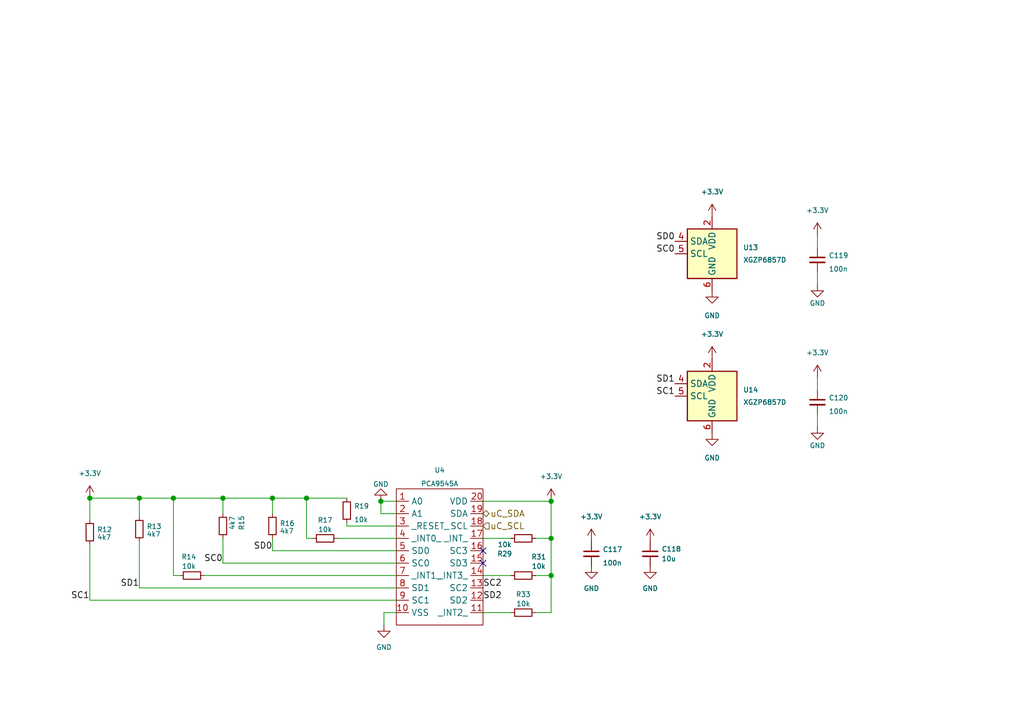
<source format=kicad_sch>
(kicad_sch (version 20231120) (generator "eeschema") (generator_version "8.0")
  (paper "A5")
  (title_block (title "LumenPnP Motherboard") (date "2023-07-30") (rev "005") (company "Opulo") (comment 1 "Vacuum Sensors"))
  (lib_symbols
    (symbol "Device:C_Small" (pin_numbers hide) (pin_names (offset 0.254) hide)
      (property "Reference" "C" (at 0.254 1.778 0))
      (property "Value" "C_Small" (at 0.254 -2.032 0))
      (symbol "C_Small_0_1"
        (polyline (pts (xy -1.524 -0.508) (xy 1.524 -0.508)) (stroke (width 0.3302)))
        (polyline (pts (xy -1.524 0.508) (xy 1.524 0.508)) (stroke (width 0.3048)))
      )
      (symbol "C_Small_1_1"
        (pin passive line (at 0 2.54 270) (length 2.032) (name "~") (number "1"))
        (pin passive line (at 0 -2.54 90) (length 2.032) (name "~") (number "2"))
      )
    )
    (symbol "Device:R_Small" (pin_numbers hide) (pin_names (offset 0.254) hide)
      (property "Reference" "R" (at 0.762 0.508 0))
      (property "Value" "R_Small" (at 0.762 -1.016 0))
      (symbol "R_Small_0_1"
        (rectangle (start -0.762 1.778) (end 0.762 -1.778) (stroke (width 0.2032)))
      )
      (symbol "R_Small_1_1"
        (pin passive line (at 0 2.54 270) (length 0.762) (name "~") (number "1"))
        (pin passive line (at 0 -2.54 90) (length 0.762) (name "~") (number "2"))
      )
    )
    (symbol "XGZP6857D_1"
      (property "Reference" "U3" (at 5.08 8.89 0))
      (property "Value" "XGZP6857D" (at 10.16 8.89 0))
      (symbol "XGZP6857D_1_1_1"
        (rectangle (start -5.08 5.08) (end 5.08 -5.08) (stroke (width 0.254)) (fill (type background)))
        (pin no_connect line (at -5.08 -2.54 0) (length 2.54) hide (name "NC") (number "1"))
        (pin power_in line (at 0 7.62 270) (length 2.54) (name "VDD") (number "2"))
        (pin no_connect line (at -5.08 0 0) (length 2.54) hide (name "NC") (number "3"))
        (pin bidirectional line (at 7.62 2.54 180) (length 2.54) (name "SDA") (number "4"))
        (pin input line (at 7.62 0 180) (length 2.54) (name "SCL") (number "5"))
        (pin power_in line (at 0 -7.62 90) (length 2.54) (name "GND") (number "6"))
      )
    )
    (symbol "index:PCA9545A"
      (property "Reference" "U4" (at 0 31.7795 0))
      (property "Value" "PCA9545A" (at 0 29.0044 0))
      (symbol "PCA9545A_0_1"
        (rectangle (start -8.89 27.94) (end 8.89 0))
      )
      (symbol "PCA9545A_1_1"
        (pin passive line (at -8.89 25.4 0) (length 2.54) (name "A0") (number "1"))
        (pin passive line (at -8.89 2.54 0) (length 2.54) (name "VSS") (number "10"))
        (pin passive line (at 8.89 2.54 180) (length 2.54) (name "_INT2_") (number "11"))
        (pin passive line (at 8.89 5.08 180) (length 2.54) (name "SD2") (number "12"))
        (pin passive line (at 8.89 7.62 180) (length 2.54) (name "SC2") (number "13"))
        (pin passive line (at 8.89 10.16 180) (length 2.54) (name "_INT3_") (number "14"))
        (pin passive line (at 8.89 12.7 180) (length 2.54) (name "SD3") (number "15"))
        (pin passive line (at 8.89 15.24 180) (length 2.54) (name "SC3") (number "16"))
        (pin passive line (at 8.89 17.78 180) (length 2.54) (name "_INT_") (number "17"))
        (pin passive line (at 8.89 20.32 180) (length 2.54) (name "SCL") (number "18"))
        (pin passive line (at 8.89 22.86 180) (length 2.54) (name "SDA") (number "19"))
        (pin passive line (at -8.89 22.86 0) (length 2.54) (name "A1") (number "2"))
        (pin passive line (at 8.89 25.4 180) (length 2.54) (name "VDD") (number "20"))
        (pin passive line (at -8.89 20.32 0) (length 2.54) (name "_RESET_") (number "3"))
        (pin passive line (at -8.89 17.78 0) (length 2.54) (name "_INT0_") (number "4"))
        (pin passive line (at -8.89 15.24 0) (length 2.54) (name "SD0") (number "5"))
        (pin passive line (at -8.89 12.7 0) (length 2.54) (name "SC0") (number "6"))
        (pin passive line (at -8.89 10.16 0) (length 2.54) (name "_INT1_") (number "7"))
        (pin passive line (at -8.89 7.62 0) (length 2.54) (name "SD1") (number "8"))
        (pin passive line (at -8.89 5.08 0) (length 2.54) (name "SC1") (number "9"))
      )
    )
    (symbol "power:+3.3V" (power) (pin_names (offset 0))
      (property "Value" "+3.3V" (at 0 3.556 0))
      (symbol "+3.3V_0_1"
        (polyline (pts (xy -0.762 1.27) (xy 0 2.54)))
        (polyline (pts (xy 0 0) (xy 0 2.54)))
        (polyline (pts (xy 0 2.54) (xy 0.762 1.27)))
      )
      (symbol "+3.3V_1_1"
        (pin power_in line (at 0 0 90) (length 0) hide (name "+3.3V") (number "1"))
      )
    )
    (symbol "power:GND" (power) (pin_names (offset 0))
      (property "Value" "GND" (at 0 -3.81 0))
      (symbol "GND_0_1"
        (polyline (pts (xy 0 0) (xy 0 -1.27) (xy 1.27 -1.27) (xy 0 -2.54) (xy -1.27 -1.27) (xy 0 -1.27)))
      )
      (symbol "GND_1_1"
        (pin power_in line (at 0 0 270) (length 0) hide (name "GND") (number "1"))
      )
    )
  )
  (junction (at 62.865 102.235))
  (junction (at 113.03 110.49))
  (junction (at 18.415 102.235))
  (junction (at 78.105 102.87))
  (junction (at 113.03 102.87))
  (junction (at 113.03 118.11))
  (junction (at 35.56 102.235))
  (junction (at 45.72 102.235))
  (junction (at 55.88 102.235))
  (junction (at 28.575 102.235))
  (no_connect (at 99.06 113.03))
  (no_connect (at 99.06 115.57))
  (wire (pts (xy 71.12 107.95) (xy 81.28 107.95)))
  (wire (pts (xy 78.74 128.27) (xy 78.74 125.73)))
  (wire (pts (xy 28.575 102.235) (xy 35.56 102.235)))
  (wire (pts (xy 109.855 118.11) (xy 113.03 118.11)))
  (wire (pts (xy 64.135 110.49) (xy 62.865 110.49)))
  (wire (pts (xy 71.12 107.315) (xy 71.12 107.95)))
  (wire (pts (xy 167.64 80.01) (xy 167.64 77.47)))
  (wire (pts (xy 78.74 125.73) (xy 81.28 125.73)))
  (wire (pts (xy 55.88 102.235) (xy 55.88 105.41)))
  (wire (pts (xy 99.06 118.11) (xy 104.775 118.11)))
  (wire (pts (xy 167.64 85.09) (xy 167.64 87.63)))
  (wire (pts (xy 45.72 115.57) (xy 45.72 110.49)))
  (wire (pts (xy 113.03 118.11) (xy 113.03 125.73)))
  (wire (pts (xy 113.03 110.49) (xy 113.03 102.87)))
  (wire (pts (xy 113.03 118.11) (xy 113.03 110.49)))
  (wire (pts (xy 55.88 102.235) (xy 62.865 102.235)))
  (wire (pts (xy 78.105 105.41) (xy 81.28 105.41)))
  (wire (pts (xy 18.415 102.235) (xy 18.415 106.68)))
  (wire (pts (xy 28.575 102.235) (xy 28.575 106.045)))
  (wire (pts (xy 167.64 50.8) (xy 167.64 48.26)))
  (wire (pts (xy 28.575 120.65) (xy 81.28 120.65)))
  (wire (pts (xy 78.105 105.41) (xy 78.105 102.87)))
  (wire (pts (xy 109.855 110.49) (xy 113.03 110.49)))
  (wire (pts (xy 18.415 102.235) (xy 28.575 102.235)))
  (wire (pts (xy 55.88 113.03) (xy 81.28 113.03)))
  (wire (pts (xy 45.72 115.57) (xy 81.28 115.57)))
  (wire (pts (xy 69.215 110.49) (xy 81.28 110.49)))
  (wire (pts (xy 36.83 118.11) (xy 35.56 118.11)))
  (wire (pts (xy 62.865 102.235) (xy 71.12 102.235)))
  (wire (pts (xy 99.06 110.49) (xy 104.775 110.49)))
  (wire (pts (xy 45.72 105.41) (xy 45.72 102.235)))
  (wire (pts (xy 78.105 102.87) (xy 81.28 102.87)))
  (wire (pts (xy 18.415 123.19) (xy 81.28 123.19)))
  (wire (pts (xy 62.865 102.235) (xy 62.865 110.49)))
  (wire (pts (xy 28.575 111.125) (xy 28.575 120.65)))
  (wire (pts (xy 167.64 55.88) (xy 167.64 58.42)))
  (wire (pts (xy 18.415 111.76) (xy 18.415 123.19)))
  (wire (pts (xy 35.56 102.235) (xy 45.72 102.235)))
  (wire (pts (xy 99.06 102.87) (xy 113.03 102.87)))
  (wire (pts (xy 55.88 110.49) (xy 55.88 113.03)))
  (wire (pts (xy 99.06 125.73) (xy 104.775 125.73)))
  (wire (pts (xy 41.91 118.11) (xy 81.28 118.11)))
  (wire (pts (xy 45.72 102.235) (xy 55.88 102.235)))
  (wire (pts (xy 109.855 125.73) (xy 113.03 125.73)))
  (wire (pts (xy 35.56 102.235) (xy 35.56 118.11)))
  (label "SD0" (at 55.88 113.03 180))
  (label "SD1" (at 138.43 78.74 180))
  (label "SD1" (at 28.575 120.65 180))
  (label "SC1" (at 138.43 81.28 180))
  (label "SC2" (at 99.06 120.65 0))
  (label "SD0" (at 138.43 49.53 180))
  (label "SD2" (at 99.06 123.19 0))
  (label "SC0" (at 45.72 115.57 180))
  (label "SC0" (at 138.43 52.07 180))
  (label "SC1" (at 18.415 123.19 180))
  (hierarchical_label "uC_SDA" (shape bidirectional) (at 99.06 105.41 0))
  (hierarchical_label "uC_SCL" (shape input) (at 99.06 107.95 0))
  (symbol (lib_id "power:+3.3V") (at 146.05 73.66 0) (unit 1)
    (property "Reference" "#PWR0198" (effects (hide yes)))
    (property "Value" "+3.3V" (at 146.05 68.58 0) (effects (font (size 1 1))))
  )
  (symbol (lib_id "power:GND") (at 78.105 102.87 180) (unit 1)
    (property "Reference" "#PWR0242" (effects (hide yes)))
    (property "Value" "GND" (at 78.105 99.3681 0) (effects (font (size 1 1))))
  )
  (symbol (lib_id "Device:R_Small") (at 18.415 109.22 180) (unit 1)
    (property "Reference" "R12" (at 19.9136 108.6861 0) (effects (font (size 1 1)) (justify right)))
    (property "Value" "4k7" (at 19.9136 110.2527 0) (effects (font (size 1 1)) (justify right)))
    (property "Footprint" "Resistor_SMD:R_0805_2012Metric" (effects (hide yes)))
    (property "Digikey" "A129757CT-ND" (effects (hide yes)))
    (property "JLCPCB" "C17673" (effects (hide yes)))
    (property "LCSC" "C17673" (effects (hide yes)))
    (property "Mouser" "71-CRCW08054K70FKEAC" (effects (hide yes)))
    (property "Notes" "125mW/1%" (effects (hide yes)))
  )
  (symbol (lib_id "Device:R_Small") (at 45.72 107.95 0) (unit 1)
    (property "Reference" "R15" (at 49.546 107.315 90) (effects (font (size 1 1))))
    (property "Value" "4k7" (at 47.625 107.315 90) (effects (font (size 1 1))))
    (property "Footprint" "Resistor_SMD:R_0805_2012Metric" (effects (hide yes)))
    (property "Digikey" "A129757CT-ND" (effects (hide yes)))
    (property "JLCPCB" "C17673" (effects (hide yes)))
    (property "LCSC" "C17673" (effects (hide yes)))
    (property "Mouser" "71-CRCW08054K70FKEAC" (effects (hide yes)))
    (property "Notes" "125mW/1%" (effects (hide yes)))
  )
  (symbol (lib_id "Device:C_Small") (at 121.285 113.665 0) (unit 1)
    (property "Reference" "C117" (at 123.6091 112.7628 0) (effects (font (size 1 1)) (justify left)))
    (property "Value" "100n" (at 123.6091 115.5379 0) (effects (font (size 1 1)) (justify left)))
    (property "Footprint" "Capacitor_SMD:C_0805_2012Metric" (effects (hide yes)))
    (property "JLCPCB" "C49678" (effects (hide yes)))
    (property "LCSC" "C476766" (effects (hide yes)))
    (property "Notes" "6.3V" (effects (hide yes)))
  )
  (symbol (lib_id "Device:R_Small") (at 39.37 118.11 90) (unit 1)
    (property "Reference" "R14" (at 38.735 114.284 90) (effects (font (size 1 1))))
    (property "Value" "10k" (at 38.735 116.205 90) (effects (font (size 1 1))))
    (property "Footprint" "Resistor_SMD:R_0805_2012Metric" (effects (hide yes)))
    (property "Digikey" "RMCF0805FT10K0CT-ND" (effects (hide yes)))
    (property "JLCPCB" "C17414" (effects (hide yes)))
    (property "LCSC" "C115295" (effects (hide yes)))
    (property "Mouser" "71-CRCW080510K0FKEAC" (effects (hide yes)))
    (property "Notes" "125mW/1%" (effects (hide yes)))
  )
  (symbol (lib_id "power:GND") (at 167.64 87.63 0) (unit 1)
    (property "Reference" "#PWR0203" (effects (hide yes)))
    (property "Value" "GND" (at 167.64 91.44 0) (effects (font (size 1 1))))
  )
  (symbol (lib_id "Device:R_Small") (at 71.12 104.775 0) (unit 1)
    (property "Reference" "R19" (at 72.6186 103.8665 0) (effects (font (size 1 1)) (justify left)))
    (property "Value" "10k" (at 72.6186 106.6416 0) (effects (font (size 1 1)) (justify left)))
    (property "Footprint" "Resistor_SMD:R_0805_2012Metric" (effects (hide yes)))
    (property "Digikey" "RMCF0805FT10K0CT-ND" (effects (hide yes)))
    (property "JLCPCB" "C17414" (effects (hide yes)))
    (property "LCSC" "C115295" (effects (hide yes)))
    (property "Mouser" "71-CRCW080510K0FKEAC" (effects (hide yes)))
    (property "Notes" "125mW/1%" (effects (hide yes)))
  )
  (symbol (lib_id "power:+3.3V") (at 113.03 102.87 0) (unit 1)
    (property "Reference" "#PWR011" (effects (hide yes)))
    (property "Value" "+3.3V" (at 113.03 97.79 0) (effects (font (size 1 1))))
  )
  (symbol (lib_id "power:GND") (at 146.05 88.9 0) (unit 1)
    (property "Reference" "#PWR0199" (effects (hide yes)))
    (property "Value" "GND" (at 146.05 93.98 0) (effects (font (size 1 1))))
  )
  (symbol (lib_id "Device:R_Small") (at 66.675 110.49 90) (unit 1)
    (property "Reference" "R17" (at 66.675 106.7435 90) (effects (font (size 1 1))))
    (property "Value" "10k" (at 66.675 108.6645 90) (effects (font (size 1 1))))
    (property "Footprint" "Resistor_SMD:R_0805_2012Metric" (effects (hide yes)))
    (property "Digikey" "RMCF0805FT10K0CT-ND" (effects (hide yes)))
    (property "JLCPCB" "C17414" (effects (hide yes)))
    (property "LCSC" "C115295" (effects (hide yes)))
    (property "Mouser" "71-CRCW080510K0FKEAC" (effects (hide yes)))
    (property "Notes" "125mW/1%" (effects (hide yes)))
  )
  (symbol (lib_id "power:+3.3V") (at 167.64 77.47 0) (unit 1)
    (property "Reference" "#PWR0202" (effects (hide yes)))
    (property "Value" "+3.3V" (at 167.64 72.39 0) (effects (font (size 1 1))))
  )
  (symbol (lib_name "XGZP6857D_1") (lib_id "index:XGZP6857D") (at 146.05 52.07 0) (mirror y) (unit 1)
    (property "Reference" "U13" (at 152.4 50.8 0) (effects (font (size 1 1)) (justify right)))
    (property "Value" "XGZP6857D" (at 152.4 53.34 0) (effects (font (size 1 1)) (justify right)))
    (property "Footprint" "Package_DIP:DIP-6_W10.16mm" (effects (hide yes)))
    (property "Datasheet" "https://cfsensor.com/wp-content/uploads/2022/11/XGZP6857D-Pressure-Sensor-V2.5.pdf" (effects (hide yes)))
    (property "JLCPCB" "C3038044" (effects (hide yes)))
    (property "LCSC" "C3038044" (effects (hide yes)))
  )
  (symbol (lib_id "Device:R_Small") (at 28.575 108.585 180) (unit 1)
    (property "Reference" "R13" (at 30.0736 108.0511 0) (effects (font (size 1 1)) (justify right)))
    (property "Value" "4k7" (at 30.0736 109.6177 0) (effects (font (size 1 1)) (justify right)))
    (property "Footprint" "Resistor_SMD:R_0805_2012Metric" (effects (hide yes)))
    (property "Digikey" "A129757CT-ND" (effects (hide yes)))
    (property "JLCPCB" "C17673" (effects (hide yes)))
    (property "LCSC" "C17673" (effects (hide yes)))
    (property "Mouser" "71-CRCW08054K70FKEAC" (effects (hide yes)))
    (property "Notes" "125mW/1%" (effects (hide yes)))
  )
  (symbol (lib_id "Device:R_Small") (at 107.315 125.73 90) (unit 1)
    (property "Reference" "R33" (at 107.315 121.9835 90) (effects (font (size 1 1))))
    (property "Value" "10k" (at 107.315 123.9045 90) (effects (font (size 1 1))))
    (property "Footprint" "Resistor_SMD:R_0805_2012Metric" (effects (hide yes)))
    (property "Digikey" "RMCF0805FT10K0CT-ND" (effects (hide yes)))
    (property "JLCPCB" "C17414" (effects (hide yes)))
    (property "LCSC" "C115295" (effects (hide yes)))
    (property "Mouser" "71-CRCW080510K0FKEAC" (effects (hide yes)))
    (property "Notes" "125mW/1%" (effects (hide yes)))
  )
  (symbol (lib_id "power:+3.3V") (at 18.415 102.235 0) (unit 1)
    (property "Reference" "#PWR013" (effects (hide yes)))
    (property "Value" "+3.3V" (at 18.415 97.155 0) (effects (font (size 1 1))))
  )
  (symbol (lib_id "Device:C_Small") (at 133.35 113.665 0) (unit 1)
    (property "Reference" "C118" (at 135.6741 112.6764 0) (effects (font (size 1 1)) (justify left)))
    (property "Value" "10u" (at 135.6741 114.6661 0) (effects (font (size 1 1)) (justify left)))
    (property "Footprint" "Capacitor_SMD:C_0805_2012Metric" (effects (hide yes)))
    (property "JLCPCB" "C1729" (effects (hide yes)))
    (property "LCSC" "C107147" (effects (hide yes)))
    (property "Notes" "6.3V" (effects (hide yes)))
  )
  (symbol (lib_id "Device:C_Small") (at 167.64 53.34 0) (unit 1)
    (property "Reference" "C119" (at 169.9641 52.4378 0) (effects (font (size 1 1)) (justify left)))
    (property "Value" "100n" (at 169.9641 55.2129 0) (effects (font (size 1 1)) (justify left)))
    (property "Footprint" "Capacitor_SMD:C_0805_2012Metric" (effects (hide yes)))
    (property "JLCPCB" "C49678" (effects (hide yes)))
    (property "LCSC" "C476766" (effects (hide yes)))
    (property "Notes" "6.3V" (effects (hide yes)))
  )
  (symbol (lib_id "power:+3.3V") (at 121.285 111.125 0) (unit 1)
    (property "Reference" "#PWR0184" (effects (hide yes)))
    (property "Value" "+3.3V" (at 121.285 106.045 0) (effects (font (size 1 1))))
  )
  (symbol (lib_id "power:GND") (at 167.64 58.42 0) (unit 1)
    (property "Reference" "#PWR0201" (effects (hide yes)))
    (property "Value" "GND" (at 167.64 62.23 0) (effects (font (size 1 1))))
  )
  (symbol (lib_id "Device:R_Small") (at 55.88 107.95 0) (unit 1)
    (property "Reference" "R16" (at 57.3786 107.4161 0) (effects (font (size 1 1)) (justify left)))
    (property "Value" "4k7" (at 57.3786 108.9827 0) (effects (font (size 1 1)) (justify left)))
    (property "Footprint" "Resistor_SMD:R_0805_2012Metric" (effects (hide yes)))
    (property "Digikey" "A129757CT-ND" (effects (hide yes)))
    (property "JLCPCB" "C17673" (effects (hide yes)))
    (property "LCSC" "C17673" (effects (hide yes)))
    (property "Mouser" "71-CRCW08054K70FKEAC" (effects (hide yes)))
    (property "Notes" "125mW/1%" (effects (hide yes)))
  )
  (symbol (lib_id "Device:C_Small") (at 167.64 82.55 0) (unit 1)
    (property "Reference" "C120" (at 169.9641 81.6478 0) (effects (font (size 1 1)) (justify left)))
    (property "Value" "100n" (at 169.9641 84.4229 0) (effects (font (size 1 1)) (justify left)))
    (property "Footprint" "Capacitor_SMD:C_0805_2012Metric" (effects (hide yes)))
    (property "JLCPCB" "C49678" (effects (hide yes)))
    (property "LCSC" "C476766" (effects (hide yes)))
    (property "Notes" "6.3V" (effects (hide yes)))
  )
  (symbol (lib_id "power:+3.3V") (at 133.35 111.125 0) (unit 1)
    (property "Reference" "#PWR0187" (effects (hide yes)))
    (property "Value" "+3.3V" (at 133.35 106.045 0) (effects (font (size 1 1))))
  )
  (symbol (lib_id "index:PCA9545A") (at 90.17 128.27 0) (unit 1)
    (property "Reference" "U4" (at 90.17 96.4905 0) (effects (font (size 1 1))))
    (property "Value" "PCA9545A" (at 90.17 99.2656 0) (effects (font (size 1 1))))
    (property "Footprint" "Package_SO:TSSOP-20_4.4x6.5mm_P0.65mm" (effects (hide yes)))
    (property "Digikey" "568-1865-1-ND" (effects (hide yes)))
  )
  (symbol (lib_id "power:+3.3V") (at 167.64 48.26 0) (unit 1)
    (property "Reference" "#PWR0200" (effects (hide yes)))
    (property "Value" "+3.3V" (at 167.64 43.18 0) (effects (font (size 1 1))))
  )
  (symbol (lib_id "Device:R_Small") (at 107.315 110.49 90) (unit 1)
    (property "Reference" "R29" (at 103.505 113.665 90) (effects (font (size 1 1))))
    (property "Value" "10k" (at 103.505 111.76 90) (effects (font (size 1 1))))
    (property "Footprint" "Resistor_SMD:R_0805_2012Metric" (effects (hide yes)))
    (property "Digikey" "RMCF0805FT10K0CT-ND" (effects (hide yes)))
    (property "JLCPCB" "C17414" (effects (hide yes)))
    (property "LCSC" "C115295" (effects (hide yes)))
    (property "Mouser" "71-CRCW080510K0FKEAC" (effects (hide yes)))
    (property "Notes" "125mW/1%" (effects (hide yes)))
  )
  (symbol (lib_id "power:GND") (at 133.35 116.205 0) (unit 1)
    (property "Reference" "#PWR0188" (effects (hide yes)))
    (property "Value" "GND" (at 133.35 120.7675 0) (effects (font (size 1 1))))
  )
  (symbol (lib_id "power:GND") (at 78.74 128.27 0) (unit 1)
    (property "Reference" "#PWR0135" (effects (hide yes)))
    (property "Value" "GND" (at 78.74 132.8325 0) (effects (font (size 1 1))))
  )
  (symbol (lib_id "power:GND") (at 146.05 59.69 0) (unit 1)
    (property "Reference" "#PWR0197" (effects (hide yes)))
    (property "Value" "GND" (at 146.05 64.77 0) (effects (font (size 1 1))))
  )
  (symbol (lib_id "power:GND") (at 121.285 116.205 0) (unit 1)
    (property "Reference" "#PWR0185" (effects (hide yes)))
    (property "Value" "GND" (at 121.285 120.7675 0) (effects (font (size 1 1))))
  )
  (symbol (lib_name "XGZP6857D_1") (lib_id "index:XGZP6857D") (at 146.05 81.28 0) (mirror y) (unit 1)
    (property "Reference" "U14" (at 152.4 80.01 0) (effects (font (size 1 1)) (justify right)))
    (property "Value" "XGZP6857D" (at 152.4 82.55 0) (effects (font (size 1 1)) (justify right)))
    (property "Footprint" "Package_DIP:DIP-6_W10.16mm" (effects (hide yes)))
    (property "Datasheet" "https://cfsensor.com/wp-content/uploads/2022/11/XGZP6857D-Pressure-Sensor-V2.5.pdf" (effects (hide yes)))
    (property "JLCPCB" "C3038044" (effects (hide yes)))
    (property "LCSC" "C3038044" (effects (hide yes)))
  )
  (symbol (lib_id "Device:R_Small") (at 107.315 118.11 90) (unit 1)
    (property "Reference" "R31" (at 110.49 114.3 90) (effects (font (size 1 1))))
    (property "Value" "10k" (at 110.49 116.205 90) (effects (font (size 1 1))))
    (property "Footprint" "Resistor_SMD:R_0805_2012Metric" (effects (hide yes)))
    (property "Digikey" "RMCF0805FT10K0CT-ND" (effects (hide yes)))
    (property "JLCPCB" "C17414" (effects (hide yes)))
    (property "LCSC" "C115295" (effects (hide yes)))
    (property "Mouser" "71-CRCW080510K0FKEAC" (effects (hide yes)))
    (property "Notes" "125mW/1%" (effects (hide yes)))
  )
  (symbol (lib_id "power:+3.3V") (at 146.05 44.45 0) (unit 1)
    (property "Reference" "#PWR0196" (effects (hide yes)))
    (property "Value" "+3.3V" (at 146.05 39.37 0) (effects (font (size 1 1))))
  )
)
</source>
